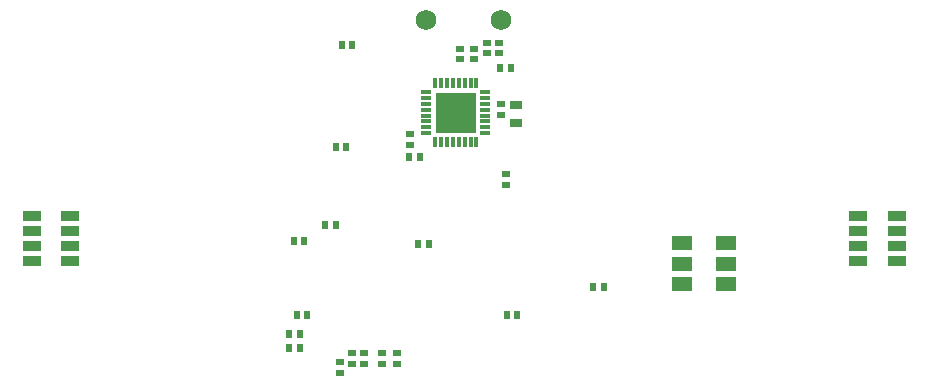
<source format=gbs>
G04 Layer_Color=16711935*
%FSLAX24Y24*%
%MOIN*%
G70*
G01*
G75*
%ADD65R,0.0217X0.0296*%
%ADD69R,0.0414X0.0257*%
%ADD74R,0.0296X0.0217*%
%ADD95C,0.0690*%
%ADD96R,0.0639X0.0351*%
%ADD97O,0.0158X0.0375*%
%ADD98R,0.1359X0.1359*%
%ADD99O,0.0375X0.0158*%
%ADD100R,0.0690X0.0454*%
D65*
X-1527Y-200D02*
D03*
X-1173D02*
D03*
X-4273Y450D02*
D03*
X-4627D02*
D03*
X-4277Y3050D02*
D03*
X-3923D02*
D03*
X-4077Y6450D02*
D03*
X-3723D02*
D03*
X1547Y5690D02*
D03*
X1193D02*
D03*
X-1473Y2700D02*
D03*
X-1827D02*
D03*
X4293Y-1610D02*
D03*
X4647D02*
D03*
X1777Y-2550D02*
D03*
X1423D02*
D03*
X-5223D02*
D03*
X-5577D02*
D03*
X-5473Y-3200D02*
D03*
X-5827D02*
D03*
Y-3650D02*
D03*
X-5473D02*
D03*
X-5323Y-100D02*
D03*
X-5677D02*
D03*
D69*
X1720Y4435D02*
D03*
Y3845D02*
D03*
D74*
X770Y6517D02*
D03*
Y6163D02*
D03*
X320Y6317D02*
D03*
Y5963D02*
D03*
X-130Y6317D02*
D03*
Y5963D02*
D03*
X1170Y6163D02*
D03*
Y6517D02*
D03*
X1220Y4467D02*
D03*
Y4113D02*
D03*
X-1800Y3477D02*
D03*
Y3123D02*
D03*
X1400Y2127D02*
D03*
Y1773D02*
D03*
X-4150Y-4123D02*
D03*
Y-4477D02*
D03*
X-3750Y-3823D02*
D03*
Y-4177D02*
D03*
X-3327Y-3829D02*
D03*
Y-4184D02*
D03*
X-2727Y-3829D02*
D03*
Y-4184D02*
D03*
X-2250Y-3823D02*
D03*
Y-4177D02*
D03*
D95*
X-1280Y7290D02*
D03*
X1220D02*
D03*
D96*
X14416Y-750D02*
D03*
Y-250D02*
D03*
Y250D02*
D03*
Y750D02*
D03*
X13144D02*
D03*
Y250D02*
D03*
Y-250D02*
D03*
Y-750D02*
D03*
X-13144D02*
D03*
Y-250D02*
D03*
Y250D02*
D03*
Y750D02*
D03*
X-14416D02*
D03*
Y250D02*
D03*
Y-250D02*
D03*
Y-750D02*
D03*
D97*
X15Y5174D02*
D03*
X212D02*
D03*
X-969Y3206D02*
D03*
X-772D02*
D03*
X-575D02*
D03*
X-378D02*
D03*
X-182D02*
D03*
X15D02*
D03*
X212D02*
D03*
X409D02*
D03*
Y5174D02*
D03*
X-182D02*
D03*
X-378D02*
D03*
X-575D02*
D03*
X-772D02*
D03*
X-969D02*
D03*
D98*
X-280Y4190D02*
D03*
D99*
X704Y3501D02*
D03*
Y3698D02*
D03*
Y3895D02*
D03*
Y4092D02*
D03*
Y4288D02*
D03*
Y4485D02*
D03*
Y4682D02*
D03*
Y4879D02*
D03*
X-1264D02*
D03*
Y4682D02*
D03*
Y4485D02*
D03*
Y4288D02*
D03*
Y4092D02*
D03*
Y3895D02*
D03*
Y3698D02*
D03*
Y3501D02*
D03*
D100*
X8728Y-1539D02*
D03*
X8728Y-850D02*
D03*
Y-161D02*
D03*
X7272D02*
D03*
X7272Y-850D02*
D03*
X7272Y-1539D02*
D03*
M02*

</source>
